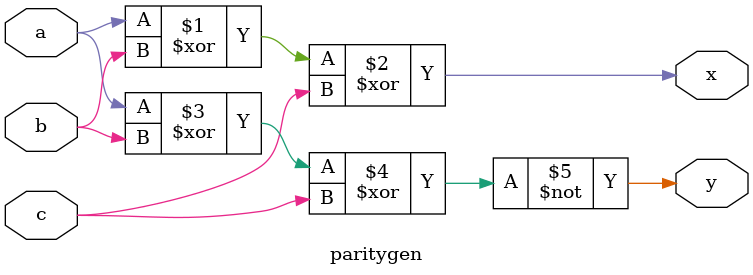
<source format=v>
module paritygen(x,y,a,b,c);
	output x,y;
	input a,b,c;
	assign x=a^b^c;
	assign y=~(a^b^c);
endmodule


</source>
